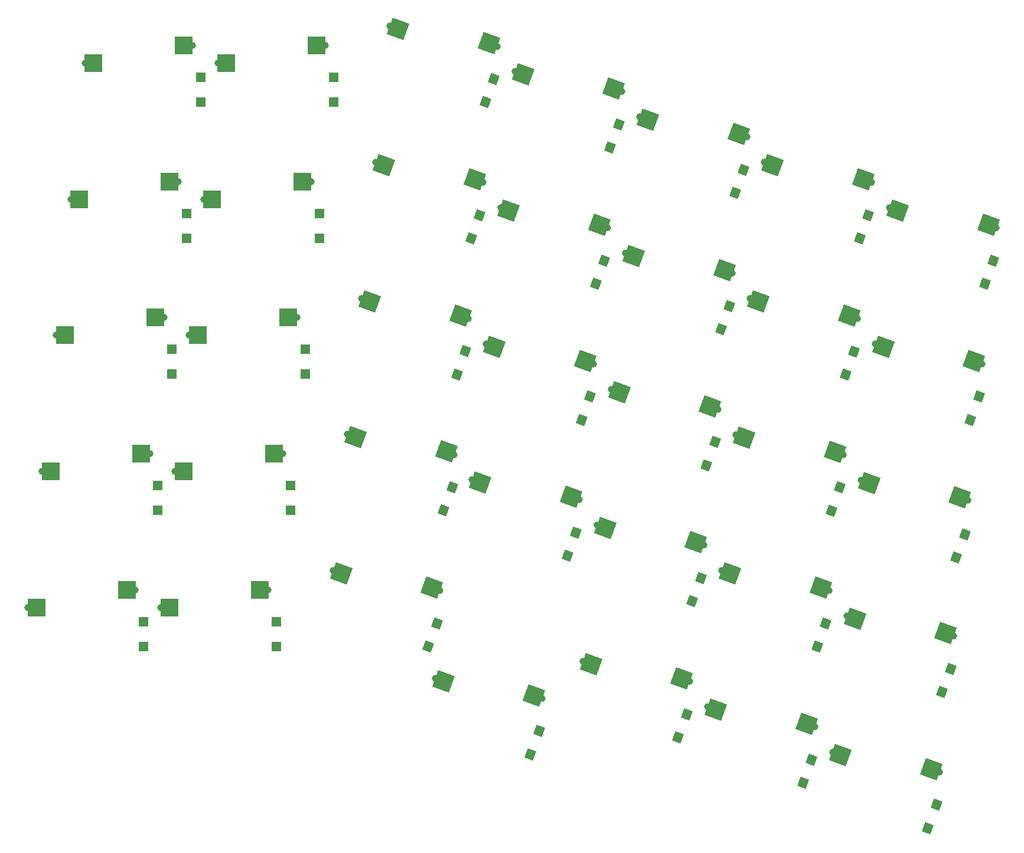
<source format=gbr>
%TF.GenerationSoftware,KiCad,Pcbnew,(6.0.5)*%
%TF.CreationDate,2022-06-09T21:08:53+09:00*%
%TF.ProjectId,KEMgonomics,4b454d67-6f6e-46f6-9d69-63732e6b6963,rev?*%
%TF.SameCoordinates,Original*%
%TF.FileFunction,Paste,Bot*%
%TF.FilePolarity,Positive*%
%FSLAX46Y46*%
G04 Gerber Fmt 4.6, Leading zero omitted, Abs format (unit mm)*
G04 Created by KiCad (PCBNEW (6.0.5)) date 2022-06-09 21:08:53*
%MOMM*%
%LPD*%
G01*
G04 APERTURE LIST*
G04 Aperture macros list*
%AMFreePoly0*
4,1,5,1.275000,-1.250000,-1.275000,-1.250000,-1.275000,1.250000,1.275000,1.250000,1.275000,-1.250000,1.275000,-1.250000,$1*%
%AMFreePoly1*
4,1,5,0.700000,-0.650000,-0.700000,-0.650000,-0.700000,0.650000,0.700000,0.650000,0.700000,-0.650000,0.700000,-0.650000,$1*%
G04 Aperture macros list end*
%ADD10C,1.000000*%
%ADD11FreePoly0,180.000000*%
%ADD12FreePoly0,0.000000*%
%ADD13FreePoly0,160.000000*%
%ADD14FreePoly0,340.000000*%
%ADD15FreePoly1,250.000000*%
%ADD16FreePoly1,270.000000*%
G04 APERTURE END LIST*
D10*
%TO.C,SW22*%
X4872289Y-98801639D03*
D11*
X6122289Y-98801639D03*
D12*
X19049289Y-96261639D03*
D10*
X20299289Y-96261639D03*
%TD*%
%TO.C,SW26*%
X84413569Y-106522313D03*
D13*
X85588185Y-106949838D03*
D10*
X99778938Y-109411838D03*
D14*
X98604323Y-108984313D03*
%TD*%
D10*
%TO.C,SW21*%
X122256055Y-100023266D03*
D13*
X123430671Y-100450791D03*
D10*
X137621424Y-102912791D03*
D14*
X136446809Y-102485266D03*
%TD*%
D13*
%TO.C,SW28*%
X121390471Y-119980805D03*
D10*
X120215855Y-119553280D03*
D14*
X134406609Y-122015280D03*
D10*
X135581224Y-122442805D03*
%TD*%
%TO.C,SW6*%
X108435305Y-54447750D03*
D13*
X109609921Y-54875275D03*
D14*
X122626059Y-56909750D03*
D10*
X123800674Y-57337275D03*
%TD*%
%TO.C,SW4*%
X72633016Y-41416784D03*
D13*
X73807632Y-41844309D03*
D14*
X86823770Y-43878784D03*
D10*
X87998385Y-44306309D03*
%TD*%
D13*
%TO.C,SW14*%
X125470867Y-80920776D03*
D10*
X124296251Y-80493251D03*
X139661620Y-83382776D03*
D14*
X138487005Y-82955251D03*
%TD*%
D10*
%TO.C,SW31*%
X46571081Y-113021360D03*
D13*
X47745697Y-113448885D03*
D14*
X60761835Y-115483360D03*
D10*
X61936450Y-115910885D03*
%TD*%
D13*
%TO.C,SW18*%
X69727235Y-80904339D03*
D10*
X68552619Y-80476814D03*
D14*
X82743373Y-82938814D03*
D10*
X83917988Y-83366339D03*
%TD*%
%TO.C,SW32*%
X61214484Y-128487418D03*
D13*
X62389100Y-128914943D03*
D14*
X75405238Y-130949418D03*
D10*
X76579853Y-131376943D03*
%TD*%
%TO.C,SW7*%
X126336449Y-60963235D03*
D13*
X127511065Y-61390760D03*
D14*
X140527203Y-63425235D03*
D10*
X141701818Y-63852760D03*
%TD*%
D11*
%TO.C,SW16*%
X27212487Y-79271624D03*
D10*
X25962487Y-79271624D03*
D12*
X40139487Y-76731624D03*
D10*
X41389487Y-76731624D03*
%TD*%
D13*
%TO.C,SW33*%
X83547986Y-126479852D03*
D10*
X82373370Y-126052327D03*
X97738739Y-128941852D03*
D14*
X96564124Y-128514327D03*
%TD*%
D13*
%TO.C,SW19*%
X87628382Y-87419823D03*
D10*
X86453766Y-86992298D03*
D14*
X100644520Y-89454298D03*
D10*
X101819135Y-89881823D03*
%TD*%
D11*
%TO.C,SW1*%
X12242882Y-40211593D03*
D10*
X10992882Y-40211593D03*
D12*
X25169882Y-37671593D03*
D10*
X26419882Y-37671593D03*
%TD*%
%TO.C,SW15*%
X6912487Y-79271623D03*
D11*
X8162487Y-79271623D03*
D12*
X21089487Y-76731623D03*
D10*
X22339487Y-76731623D03*
%TD*%
D13*
%TO.C,SW25*%
X67687038Y-100434354D03*
D10*
X66512422Y-100006829D03*
D14*
X80703176Y-102468829D03*
D10*
X81877791Y-102896354D03*
%TD*%
%TO.C,SW29*%
X2832090Y-118331656D03*
D11*
X4082090Y-118331656D03*
D12*
X17009090Y-115791656D03*
D10*
X18259090Y-115791656D03*
%TD*%
D13*
%TO.C,SW35*%
X119350274Y-139510820D03*
D10*
X118175658Y-139083295D03*
X133541027Y-141972820D03*
D14*
X132366412Y-141545295D03*
%TD*%
D10*
%TO.C,SW9*%
X28002685Y-59741607D03*
D11*
X29252685Y-59741607D03*
D10*
X43429685Y-57201607D03*
D12*
X42179685Y-57201607D03*
%TD*%
D10*
%TO.C,SW27*%
X102314711Y-113037796D03*
D13*
X103489327Y-113465321D03*
D10*
X117680080Y-115927321D03*
D14*
X116505465Y-115499796D03*
%TD*%
D13*
%TO.C,SW34*%
X101449129Y-132995337D03*
D10*
X100274513Y-132567812D03*
D14*
X114465267Y-135029812D03*
D10*
X115639882Y-135457337D03*
%TD*%
D13*
%TO.C,SW20*%
X105529522Y-93935306D03*
D10*
X104354906Y-93507781D03*
D14*
X118545660Y-95969781D03*
D10*
X119720275Y-96397306D03*
%TD*%
D13*
%TO.C,SW17*%
X51826092Y-74388856D03*
D10*
X50651476Y-73961331D03*
X66016845Y-76850856D03*
D14*
X64842230Y-76423331D03*
%TD*%
D13*
%TO.C,SW3*%
X55906489Y-35328825D03*
D10*
X54731873Y-34901300D03*
X70097242Y-37790825D03*
D14*
X68922627Y-37363300D03*
%TD*%
D15*
%TO.C,D31*%
X60255097Y-123945367D03*
X61469269Y-120609459D03*
%TD*%
D10*
%TO.C,SW30*%
X21882091Y-118331655D03*
D11*
X23132091Y-118331655D03*
D12*
X36059091Y-115791655D03*
D10*
X37309091Y-115791655D03*
%TD*%
D11*
%TO.C,SW8*%
X10202684Y-59741608D03*
D10*
X8952684Y-59741608D03*
X24379684Y-57201608D03*
D12*
X23129684Y-57201608D03*
%TD*%
D10*
%TO.C,SW24*%
X48611279Y-93491345D03*
D13*
X49785895Y-93918870D03*
D14*
X62802033Y-95953345D03*
D10*
X63976648Y-96380870D03*
%TD*%
D15*
%TO.C,D19*%
X100137782Y-97916305D03*
X101351954Y-94580397D03*
%TD*%
%TO.C,D35*%
X131859674Y-150007302D03*
X133073846Y-146671394D03*
%TD*%
D16*
%TO.C,D1*%
X27587882Y-45796593D03*
X27587882Y-42246593D03*
%TD*%
%TO.C,D8*%
X25547684Y-65326608D03*
X25547684Y-61776608D03*
%TD*%
%TO.C,D2*%
X46637883Y-45796594D03*
X46637883Y-42246594D03*
%TD*%
D15*
%TO.C,D24*%
X62444352Y-104415352D03*
X63658524Y-101079444D03*
%TD*%
%TO.C,D32*%
X74898500Y-139411425D03*
X76112672Y-136075517D03*
%TD*%
D16*
%TO.C,D29*%
X19427090Y-123916656D03*
X19427090Y-120366656D03*
%TD*%
D15*
%TO.C,D3*%
X68415889Y-45825307D03*
X69630061Y-42489399D03*
%TD*%
%TO.C,D13*%
X120079123Y-84901773D03*
X121293295Y-81565865D03*
%TD*%
D16*
%TO.C,D9*%
X44597685Y-65326607D03*
X44597685Y-61776607D03*
%TD*%
%TO.C,D30*%
X38477091Y-123916655D03*
X38477091Y-120366655D03*
%TD*%
D15*
%TO.C,D6*%
X122119321Y-65371757D03*
X123333493Y-62035849D03*
%TD*%
D16*
%TO.C,D15*%
X23507487Y-84856623D03*
X23507487Y-81306623D03*
%TD*%
D15*
%TO.C,D26*%
X98097585Y-117446320D03*
X99311757Y-114110412D03*
%TD*%
%TO.C,D25*%
X80196438Y-110930836D03*
X81410610Y-107594928D03*
%TD*%
%TO.C,D20*%
X118038922Y-104431788D03*
X119253094Y-101095880D03*
%TD*%
D16*
%TO.C,D16*%
X42581667Y-84856624D03*
X42581667Y-81306624D03*
%TD*%
D15*
%TO.C,D21*%
X135940071Y-111184319D03*
X137154243Y-107848411D03*
%TD*%
%TO.C,D5*%
X104218175Y-58856275D03*
X105432347Y-55520367D03*
%TD*%
%TO.C,D10*%
X66375690Y-65355320D03*
X67589862Y-62019412D03*
%TD*%
%TO.C,D18*%
X82236635Y-91400821D03*
X83450807Y-88064913D03*
%TD*%
%TO.C,D27*%
X115998727Y-123961803D03*
X117212899Y-120625895D03*
%TD*%
%TO.C,D17*%
X64335492Y-84885338D03*
X65549664Y-81549430D03*
%TD*%
%TO.C,D12*%
X102177978Y-78386288D03*
X103392150Y-75050380D03*
%TD*%
D16*
%TO.C,D22*%
X21467289Y-104386639D03*
X21467289Y-100836639D03*
%TD*%
D15*
%TO.C,D34*%
X113958529Y-143491819D03*
X115172701Y-140155911D03*
%TD*%
%TO.C,D14*%
X137980267Y-91417258D03*
X139194439Y-88081350D03*
%TD*%
%TO.C,D7*%
X140020465Y-71887242D03*
X141234637Y-68551334D03*
%TD*%
%TO.C,D33*%
X96057386Y-136976334D03*
X97271558Y-133640426D03*
%TD*%
%TO.C,D11*%
X84276834Y-71870805D03*
X85491006Y-68534897D03*
%TD*%
D16*
%TO.C,D23*%
X40517290Y-104386639D03*
X40517290Y-100836639D03*
%TD*%
D15*
%TO.C,D28*%
X133899871Y-130477287D03*
X135114043Y-127141379D03*
%TD*%
%TO.C,D4*%
X86317032Y-52340791D03*
X87531204Y-49004883D03*
%TD*%
D13*
%TO.C,SW10*%
X53866290Y-54858838D03*
D10*
X52691674Y-54431313D03*
X68057043Y-57320838D03*
D14*
X66882428Y-56893313D03*
%TD*%
D10*
%TO.C,SW13*%
X106395107Y-73977766D03*
D13*
X107569723Y-74405291D03*
D14*
X120585861Y-76439766D03*
D10*
X121760476Y-76867291D03*
%TD*%
%TO.C,SW12*%
X88493962Y-67462281D03*
D13*
X89668578Y-67889806D03*
D10*
X103859331Y-70351806D03*
D14*
X102684716Y-69924281D03*
%TD*%
D10*
%TO.C,SW5*%
X90534159Y-47932268D03*
D13*
X91708775Y-48359793D03*
D10*
X105899528Y-50821793D03*
D14*
X104724913Y-50394268D03*
%TD*%
D11*
%TO.C,SW2*%
X31292883Y-40211594D03*
D10*
X30042883Y-40211594D03*
X45469883Y-37671594D03*
D12*
X44219883Y-37671594D03*
%TD*%
D11*
%TO.C,SW23*%
X25172290Y-98801639D03*
D10*
X23922290Y-98801639D03*
X39349290Y-96261639D03*
D12*
X38099290Y-96261639D03*
%TD*%
D13*
%TO.C,SW11*%
X71767434Y-61374323D03*
D10*
X70592818Y-60946798D03*
D14*
X84783572Y-63408798D03*
D10*
X85958187Y-63836323D03*
%TD*%
M02*

</source>
